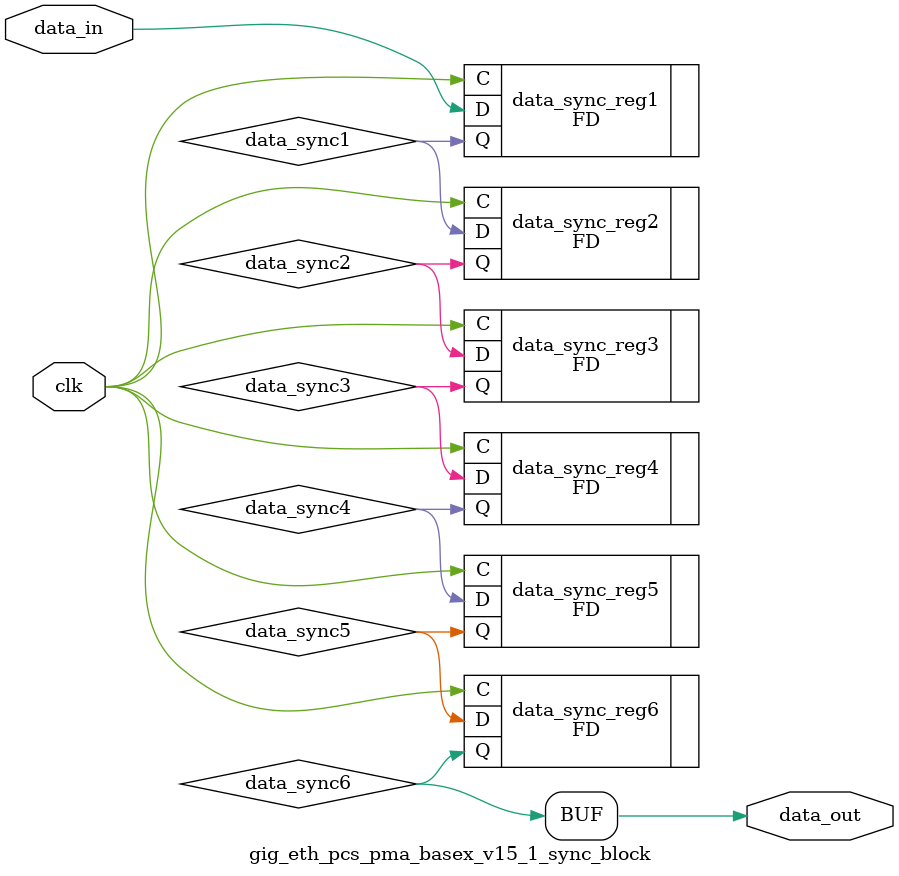
<source format=v>

`timescale 1ps / 1ps

module gig_eth_pcs_pma_basex_v15_1_sync_block #(
  parameter INITIALISE = 2'b00
)
(
  input        clk,              // clock to be sync'ed to
  input        data_in,          // Data to be 'synced'
  output       data_out          // synced data
);

  // Internal Signals
  wire data_sync1;
  wire data_sync2;
  wire data_sync3;
  wire data_sync4;
  wire data_sync5;
  wire data_sync6;


  (* shreg_extract = "no", ASYNC_REG = "TRUE" *)
  FD #(
    .INIT (INITIALISE[0])
  ) data_sync_reg1 (
    .C  (clk),
    .D  (data_in),
    .Q  (data_sync1)
  );


  (* shreg_extract = "no", ASYNC_REG = "TRUE" *)
  FD #(
   .INIT (INITIALISE[1])
  ) data_sync_reg2 (
  .C  (clk),
  .D  (data_sync1),
  .Q  (data_sync2)
  );


  (* shreg_extract = "no", ASYNC_REG = "TRUE" *)
  FD #(
   .INIT (INITIALISE[1])
  ) data_sync_reg3 (
  .C  (clk),
  .D  (data_sync2),
  .Q  (data_sync3)
  );

  (* shreg_extract = "no", ASYNC_REG = "TRUE" *)
  FD #(
   .INIT (INITIALISE[1])
  ) data_sync_reg4 (
  .C  (clk),
  .D  (data_sync3),
  .Q  (data_sync4)
  );

  (* shreg_extract = "no", ASYNC_REG = "TRUE" *)
  FD #(
   .INIT (INITIALISE[1])
  ) data_sync_reg5 (
  .C  (clk),
  .D  (data_sync4),
  .Q  (data_sync5)
  );

  (* shreg_extract = "no", ASYNC_REG = "TRUE" *)
  FD #(
   .INIT (INITIALISE[1])
  ) data_sync_reg6 (
  .C  (clk),
  .D  (data_sync5),
  .Q  (data_sync6)
  );
  assign data_out = data_sync6;


endmodule



</source>
